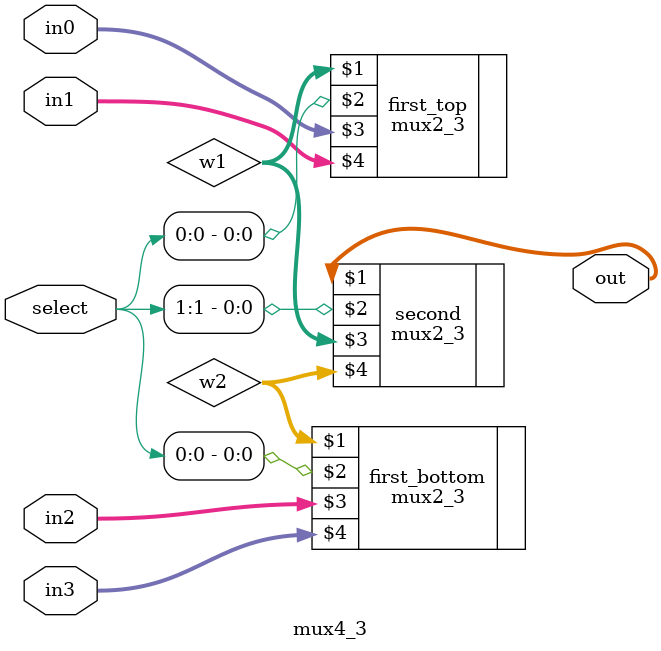
<source format=v>
module mux4_3(out, select, in0, in1, in2, in3);
    input [1:0] select;
    input [2:0] in0, in1, in2, in3;
    output [2:0] out;
    wire [2:0] w1, w2;
    mux2_3 first_top(w1, select[0], in0, in1);
    mux2_3 first_bottom(w2, select[0], in2, in3);
    mux2_3 second(out, select[1], w1, w2);
endmodule
</source>
